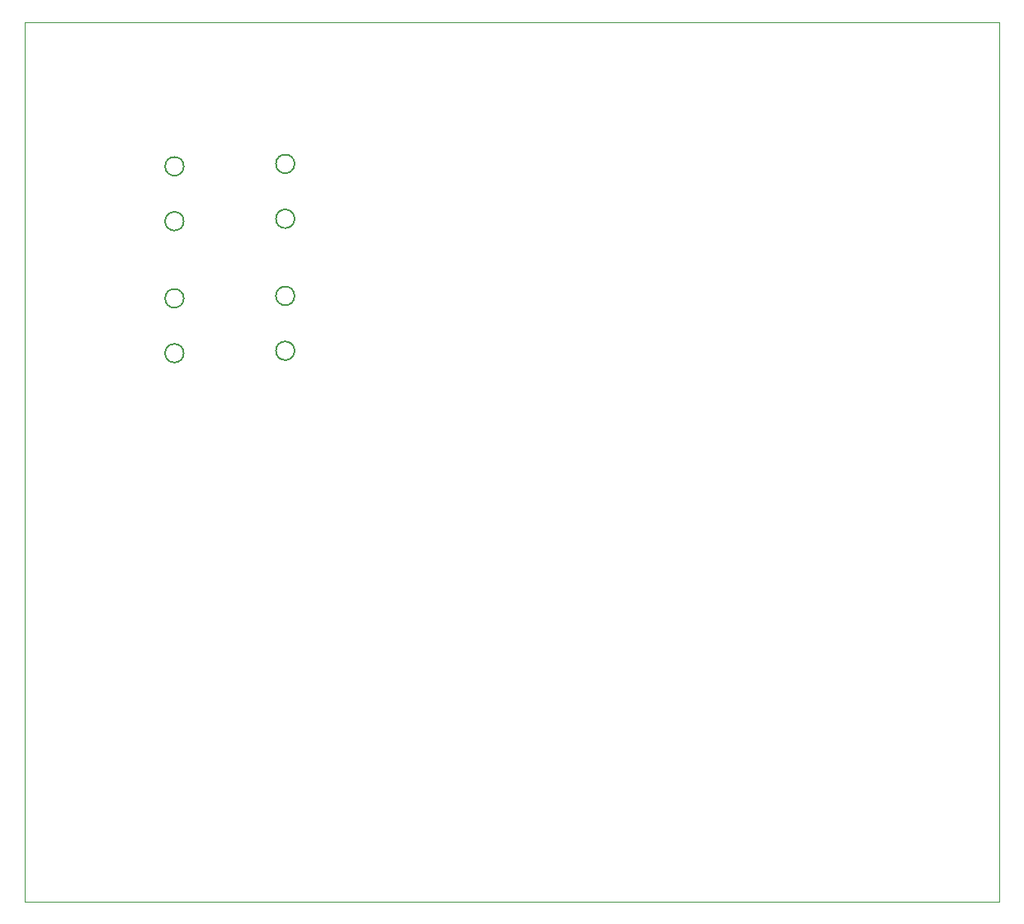
<source format=gbr>
%TF.GenerationSoftware,KiCad,Pcbnew,(6.0.0)*%
%TF.CreationDate,2022-08-03T23:17:49+01:00*%
%TF.ProjectId,Tube Headphone project V3,54756265-2048-4656-9164-70686f6e6520,rev?*%
%TF.SameCoordinates,Original*%
%TF.FileFunction,Profile,NP*%
%FSLAX46Y46*%
G04 Gerber Fmt 4.6, Leading zero omitted, Abs format (unit mm)*
G04 Created by KiCad (PCBNEW (6.0.0)) date 2022-08-03 23:17:49*
%MOMM*%
%LPD*%
G01*
G04 APERTURE LIST*
%TA.AperFunction,Profile*%
%ADD10C,0.200000*%
%TD*%
%TA.AperFunction,Profile*%
%ADD11C,0.100000*%
%TD*%
G04 APERTURE END LIST*
D10*
X186270000Y-65020000D02*
G75*
G03*
X186270000Y-65020000I-955877J0D01*
G01*
X174900000Y-59630000D02*
G75*
G03*
X174900000Y-59630000I-955877J0D01*
G01*
X186270000Y-72940000D02*
G75*
G03*
X186270000Y-72940000I-955877J0D01*
G01*
X174900000Y-65270000D02*
G75*
G03*
X174900000Y-65270000I-955877J0D01*
G01*
X186270000Y-59380000D02*
G75*
G03*
X186270000Y-59380000I-955877J0D01*
G01*
X174900000Y-78830000D02*
G75*
G03*
X174900000Y-78830000I-955877J0D01*
G01*
X186270000Y-78580000D02*
G75*
G03*
X186270000Y-78580000I-955877J0D01*
G01*
D11*
X258570000Y-135150000D02*
X158600000Y-135150000D01*
X158600000Y-135150000D02*
X158600000Y-44870000D01*
X158600000Y-44870000D02*
X258570000Y-44870000D01*
X258570000Y-44870000D02*
X258570000Y-135150000D01*
D10*
X174900000Y-73190000D02*
G75*
G03*
X174900000Y-73190000I-955877J0D01*
G01*
M02*

</source>
